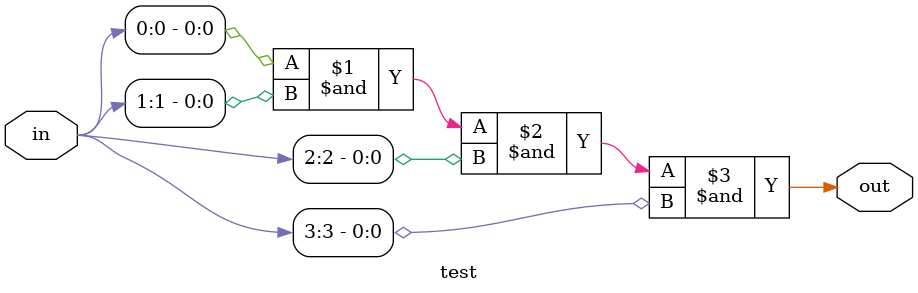
<source format=v>
module test(input [3:0] in, output out);
and myand(out, in[0], in[1], in[2], in[3]);
endmodule

</source>
